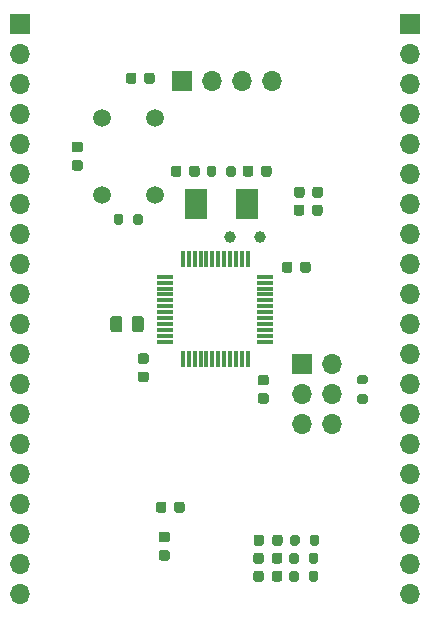
<source format=gbr>
%TF.GenerationSoftware,KiCad,Pcbnew,(5.1.9)-1*%
%TF.CreationDate,2021-02-22T18:11:06+01:00*%
%TF.ProjectId,bluePillG,626c7565-5069-46c6-9c47-2e6b69636164,rev?*%
%TF.SameCoordinates,Original*%
%TF.FileFunction,Soldermask,Top*%
%TF.FilePolarity,Negative*%
%FSLAX46Y46*%
G04 Gerber Fmt 4.6, Leading zero omitted, Abs format (unit mm)*
G04 Created by KiCad (PCBNEW (5.1.9)-1) date 2021-02-22 18:11:06*
%MOMM*%
%LPD*%
G01*
G04 APERTURE LIST*
%ADD10C,1.500000*%
%ADD11R,1.475000X0.300000*%
%ADD12R,0.300000X1.475000*%
%ADD13R,1.900000X2.600000*%
%ADD14C,1.000000*%
%ADD15O,1.700000X1.700000*%
%ADD16R,1.700000X1.700000*%
G04 APERTURE END LIST*
D10*
%TO.C,S1*%
X60234000Y-60146000D03*
X60234000Y-53646000D03*
X64734000Y-60146000D03*
X64734000Y-53646000D03*
%TD*%
D11*
%TO.C,IC1*%
X74088000Y-67100000D03*
X74088000Y-67600000D03*
X74088000Y-68100000D03*
X74088000Y-68600000D03*
X74088000Y-69100000D03*
X74088000Y-69600000D03*
X74088000Y-70100000D03*
X74088000Y-70600000D03*
X74088000Y-71100000D03*
X74088000Y-71600000D03*
X74088000Y-72100000D03*
X74088000Y-72600000D03*
D12*
X72600000Y-74088000D03*
X72100000Y-74088000D03*
X71600000Y-74088000D03*
X71100000Y-74088000D03*
X70600000Y-74088000D03*
X70100000Y-74088000D03*
X69600000Y-74088000D03*
X69100000Y-74088000D03*
X68600000Y-74088000D03*
X68100000Y-74088000D03*
X67600000Y-74088000D03*
X67100000Y-74088000D03*
D11*
X65612000Y-72600000D03*
X65612000Y-72100000D03*
X65612000Y-71600000D03*
X65612000Y-71100000D03*
X65612000Y-70600000D03*
X65612000Y-70100000D03*
X65612000Y-69600000D03*
X65612000Y-69100000D03*
X65612000Y-68600000D03*
X65612000Y-68100000D03*
X65612000Y-67600000D03*
X65612000Y-67100000D03*
D12*
X67100000Y-65612000D03*
X67600000Y-65612000D03*
X68100000Y-65612000D03*
X68600000Y-65612000D03*
X69100000Y-65612000D03*
X69600000Y-65612000D03*
X70100000Y-65612000D03*
X70600000Y-65612000D03*
X71100000Y-65612000D03*
X71600000Y-65612000D03*
X72100000Y-65612000D03*
X72600000Y-65612000D03*
%TD*%
D13*
%TO.C,Y2*%
X68208000Y-60960000D03*
X72508000Y-60960000D03*
%TD*%
D14*
%TO.C,Y1*%
X71120000Y-63754000D03*
X73660000Y-63754000D03*
%TD*%
%TO.C,R7*%
G36*
G01*
X69933000Y-57891000D02*
X69933000Y-58441000D01*
G75*
G02*
X69733000Y-58641000I-200000J0D01*
G01*
X69333000Y-58641000D01*
G75*
G02*
X69133000Y-58441000I0J200000D01*
G01*
X69133000Y-57891000D01*
G75*
G02*
X69333000Y-57691000I200000J0D01*
G01*
X69733000Y-57691000D01*
G75*
G02*
X69933000Y-57891000I0J-200000D01*
G01*
G37*
G36*
G01*
X71583000Y-57891000D02*
X71583000Y-58441000D01*
G75*
G02*
X71383000Y-58641000I-200000J0D01*
G01*
X70983000Y-58641000D01*
G75*
G02*
X70783000Y-58441000I0J200000D01*
G01*
X70783000Y-57891000D01*
G75*
G02*
X70983000Y-57691000I200000J0D01*
G01*
X71383000Y-57691000D01*
G75*
G02*
X71583000Y-57891000I0J-200000D01*
G01*
G37*
%TD*%
%TO.C,R5*%
G36*
G01*
X77831000Y-89683000D02*
X77831000Y-89133000D01*
G75*
G02*
X78031000Y-88933000I200000J0D01*
G01*
X78431000Y-88933000D01*
G75*
G02*
X78631000Y-89133000I0J-200000D01*
G01*
X78631000Y-89683000D01*
G75*
G02*
X78431000Y-89883000I-200000J0D01*
G01*
X78031000Y-89883000D01*
G75*
G02*
X77831000Y-89683000I0J200000D01*
G01*
G37*
G36*
G01*
X76181000Y-89683000D02*
X76181000Y-89133000D01*
G75*
G02*
X76381000Y-88933000I200000J0D01*
G01*
X76781000Y-88933000D01*
G75*
G02*
X76981000Y-89133000I0J-200000D01*
G01*
X76981000Y-89683000D01*
G75*
G02*
X76781000Y-89883000I-200000J0D01*
G01*
X76381000Y-89883000D01*
G75*
G02*
X76181000Y-89683000I0J200000D01*
G01*
G37*
%TD*%
%TO.C,R4*%
G36*
G01*
X77768000Y-92731000D02*
X77768000Y-92181000D01*
G75*
G02*
X77968000Y-91981000I200000J0D01*
G01*
X78368000Y-91981000D01*
G75*
G02*
X78568000Y-92181000I0J-200000D01*
G01*
X78568000Y-92731000D01*
G75*
G02*
X78368000Y-92931000I-200000J0D01*
G01*
X77968000Y-92931000D01*
G75*
G02*
X77768000Y-92731000I0J200000D01*
G01*
G37*
G36*
G01*
X76118000Y-92731000D02*
X76118000Y-92181000D01*
G75*
G02*
X76318000Y-91981000I200000J0D01*
G01*
X76718000Y-91981000D01*
G75*
G02*
X76918000Y-92181000I0J-200000D01*
G01*
X76918000Y-92731000D01*
G75*
G02*
X76718000Y-92931000I-200000J0D01*
G01*
X76318000Y-92931000D01*
G75*
G02*
X76118000Y-92731000I0J200000D01*
G01*
G37*
%TD*%
%TO.C,R3*%
G36*
G01*
X77768000Y-91207000D02*
X77768000Y-90657000D01*
G75*
G02*
X77968000Y-90457000I200000J0D01*
G01*
X78368000Y-90457000D01*
G75*
G02*
X78568000Y-90657000I0J-200000D01*
G01*
X78568000Y-91207000D01*
G75*
G02*
X78368000Y-91407000I-200000J0D01*
G01*
X77968000Y-91407000D01*
G75*
G02*
X77768000Y-91207000I0J200000D01*
G01*
G37*
G36*
G01*
X76118000Y-91207000D02*
X76118000Y-90657000D01*
G75*
G02*
X76318000Y-90457000I200000J0D01*
G01*
X76718000Y-90457000D01*
G75*
G02*
X76918000Y-90657000I0J-200000D01*
G01*
X76918000Y-91207000D01*
G75*
G02*
X76718000Y-91407000I-200000J0D01*
G01*
X76318000Y-91407000D01*
G75*
G02*
X76118000Y-91207000I0J200000D01*
G01*
G37*
%TD*%
%TO.C,R2*%
G36*
G01*
X62909000Y-62505000D02*
X62909000Y-61955000D01*
G75*
G02*
X63109000Y-61755000I200000J0D01*
G01*
X63509000Y-61755000D01*
G75*
G02*
X63709000Y-61955000I0J-200000D01*
G01*
X63709000Y-62505000D01*
G75*
G02*
X63509000Y-62705000I-200000J0D01*
G01*
X63109000Y-62705000D01*
G75*
G02*
X62909000Y-62505000I0J200000D01*
G01*
G37*
G36*
G01*
X61259000Y-62505000D02*
X61259000Y-61955000D01*
G75*
G02*
X61459000Y-61755000I200000J0D01*
G01*
X61859000Y-61755000D01*
G75*
G02*
X62059000Y-61955000I0J-200000D01*
G01*
X62059000Y-62505000D01*
G75*
G02*
X61859000Y-62705000I-200000J0D01*
G01*
X61459000Y-62705000D01*
G75*
G02*
X61259000Y-62505000I0J200000D01*
G01*
G37*
%TD*%
%TO.C,R1*%
G36*
G01*
X82021000Y-77069000D02*
X82571000Y-77069000D01*
G75*
G02*
X82771000Y-77269000I0J-200000D01*
G01*
X82771000Y-77669000D01*
G75*
G02*
X82571000Y-77869000I-200000J0D01*
G01*
X82021000Y-77869000D01*
G75*
G02*
X81821000Y-77669000I0J200000D01*
G01*
X81821000Y-77269000D01*
G75*
G02*
X82021000Y-77069000I200000J0D01*
G01*
G37*
G36*
G01*
X82021000Y-75419000D02*
X82571000Y-75419000D01*
G75*
G02*
X82771000Y-75619000I0J-200000D01*
G01*
X82771000Y-76019000D01*
G75*
G02*
X82571000Y-76219000I-200000J0D01*
G01*
X82021000Y-76219000D01*
G75*
G02*
X81821000Y-76019000I0J200000D01*
G01*
X81821000Y-75619000D01*
G75*
G02*
X82021000Y-75419000I200000J0D01*
G01*
G37*
%TD*%
D15*
%TO.C,J4*%
X86360000Y-93980000D03*
X86360000Y-91440000D03*
X86360000Y-88900000D03*
X86360000Y-86360000D03*
X86360000Y-83820000D03*
X86360000Y-81280000D03*
X86360000Y-78740000D03*
X86360000Y-76200000D03*
X86360000Y-73660000D03*
X86360000Y-71120000D03*
X86360000Y-68580000D03*
X86360000Y-66040000D03*
X86360000Y-63500000D03*
X86360000Y-60960000D03*
X86360000Y-58420000D03*
X86360000Y-55880000D03*
X86360000Y-53340000D03*
X86360000Y-50800000D03*
X86360000Y-48260000D03*
D16*
X86360000Y-45720000D03*
%TD*%
D15*
%TO.C,J3*%
X74676000Y-50546000D03*
X72136000Y-50546000D03*
X69596000Y-50546000D03*
D16*
X67056000Y-50546000D03*
%TD*%
D15*
%TO.C,J2*%
X53340000Y-93980000D03*
X53340000Y-91440000D03*
X53340000Y-88900000D03*
X53340000Y-86360000D03*
X53340000Y-83820000D03*
X53340000Y-81280000D03*
X53340000Y-78740000D03*
X53340000Y-76200000D03*
X53340000Y-73660000D03*
X53340000Y-71120000D03*
X53340000Y-68580000D03*
X53340000Y-66040000D03*
X53340000Y-63500000D03*
X53340000Y-60960000D03*
X53340000Y-58420000D03*
X53340000Y-55880000D03*
X53340000Y-53340000D03*
X53340000Y-50800000D03*
X53340000Y-48260000D03*
D16*
X53340000Y-45720000D03*
%TD*%
D15*
%TO.C,J1*%
X79756000Y-79565500D03*
X77216000Y-79565500D03*
X79756000Y-77025500D03*
X77216000Y-77025500D03*
X79756000Y-74485500D03*
D16*
X77216000Y-74485500D03*
%TD*%
%TO.C,FB1*%
G36*
G01*
X61980500Y-70669999D02*
X61980500Y-71570001D01*
G75*
G02*
X61730501Y-71820000I-249999J0D01*
G01*
X61205499Y-71820000D01*
G75*
G02*
X60955500Y-71570001I0J249999D01*
G01*
X60955500Y-70669999D01*
G75*
G02*
X61205499Y-70420000I249999J0D01*
G01*
X61730501Y-70420000D01*
G75*
G02*
X61980500Y-70669999I0J-249999D01*
G01*
G37*
G36*
G01*
X63805500Y-70669999D02*
X63805500Y-71570001D01*
G75*
G02*
X63555501Y-71820000I-249999J0D01*
G01*
X63030499Y-71820000D01*
G75*
G02*
X62780500Y-71570001I0J249999D01*
G01*
X62780500Y-70669999D01*
G75*
G02*
X63030499Y-70420000I249999J0D01*
G01*
X63555501Y-70420000D01*
G75*
G02*
X63805500Y-70669999I0J-249999D01*
G01*
G37*
%TD*%
%TO.C,D3*%
G36*
G01*
X73970500Y-89151750D02*
X73970500Y-89664250D01*
G75*
G02*
X73751750Y-89883000I-218750J0D01*
G01*
X73314250Y-89883000D01*
G75*
G02*
X73095500Y-89664250I0J218750D01*
G01*
X73095500Y-89151750D01*
G75*
G02*
X73314250Y-88933000I218750J0D01*
G01*
X73751750Y-88933000D01*
G75*
G02*
X73970500Y-89151750I0J-218750D01*
G01*
G37*
G36*
G01*
X75545500Y-89151750D02*
X75545500Y-89664250D01*
G75*
G02*
X75326750Y-89883000I-218750J0D01*
G01*
X74889250Y-89883000D01*
G75*
G02*
X74670500Y-89664250I0J218750D01*
G01*
X74670500Y-89151750D01*
G75*
G02*
X74889250Y-88933000I218750J0D01*
G01*
X75326750Y-88933000D01*
G75*
G02*
X75545500Y-89151750I0J-218750D01*
G01*
G37*
%TD*%
%TO.C,D2*%
G36*
G01*
X73945000Y-92199750D02*
X73945000Y-92712250D01*
G75*
G02*
X73726250Y-92931000I-218750J0D01*
G01*
X73288750Y-92931000D01*
G75*
G02*
X73070000Y-92712250I0J218750D01*
G01*
X73070000Y-92199750D01*
G75*
G02*
X73288750Y-91981000I218750J0D01*
G01*
X73726250Y-91981000D01*
G75*
G02*
X73945000Y-92199750I0J-218750D01*
G01*
G37*
G36*
G01*
X75520000Y-92199750D02*
X75520000Y-92712250D01*
G75*
G02*
X75301250Y-92931000I-218750J0D01*
G01*
X74863750Y-92931000D01*
G75*
G02*
X74645000Y-92712250I0J218750D01*
G01*
X74645000Y-92199750D01*
G75*
G02*
X74863750Y-91981000I218750J0D01*
G01*
X75301250Y-91981000D01*
G75*
G02*
X75520000Y-92199750I0J-218750D01*
G01*
G37*
%TD*%
%TO.C,D1*%
G36*
G01*
X73945000Y-90675750D02*
X73945000Y-91188250D01*
G75*
G02*
X73726250Y-91407000I-218750J0D01*
G01*
X73288750Y-91407000D01*
G75*
G02*
X73070000Y-91188250I0J218750D01*
G01*
X73070000Y-90675750D01*
G75*
G02*
X73288750Y-90457000I218750J0D01*
G01*
X73726250Y-90457000D01*
G75*
G02*
X73945000Y-90675750I0J-218750D01*
G01*
G37*
G36*
G01*
X75520000Y-90675750D02*
X75520000Y-91188250D01*
G75*
G02*
X75301250Y-91407000I-218750J0D01*
G01*
X74863750Y-91407000D01*
G75*
G02*
X74645000Y-91188250I0J218750D01*
G01*
X74645000Y-90675750D01*
G75*
G02*
X74863750Y-90457000I218750J0D01*
G01*
X75301250Y-90457000D01*
G75*
G02*
X75520000Y-90675750I0J-218750D01*
G01*
G37*
%TD*%
%TO.C,C14*%
G36*
G01*
X63175000Y-50042000D02*
X63175000Y-50542000D01*
G75*
G02*
X62950000Y-50767000I-225000J0D01*
G01*
X62500000Y-50767000D01*
G75*
G02*
X62275000Y-50542000I0J225000D01*
G01*
X62275000Y-50042000D01*
G75*
G02*
X62500000Y-49817000I225000J0D01*
G01*
X62950000Y-49817000D01*
G75*
G02*
X63175000Y-50042000I0J-225000D01*
G01*
G37*
G36*
G01*
X64725000Y-50042000D02*
X64725000Y-50542000D01*
G75*
G02*
X64500000Y-50767000I-225000J0D01*
G01*
X64050000Y-50767000D01*
G75*
G02*
X63825000Y-50542000I0J225000D01*
G01*
X63825000Y-50042000D01*
G75*
G02*
X64050000Y-49817000I225000J0D01*
G01*
X64500000Y-49817000D01*
G75*
G02*
X64725000Y-50042000I0J-225000D01*
G01*
G37*
%TD*%
%TO.C,C12*%
G36*
G01*
X78062000Y-60194000D02*
X78062000Y-59694000D01*
G75*
G02*
X78287000Y-59469000I225000J0D01*
G01*
X78737000Y-59469000D01*
G75*
G02*
X78962000Y-59694000I0J-225000D01*
G01*
X78962000Y-60194000D01*
G75*
G02*
X78737000Y-60419000I-225000J0D01*
G01*
X78287000Y-60419000D01*
G75*
G02*
X78062000Y-60194000I0J225000D01*
G01*
G37*
G36*
G01*
X76512000Y-60194000D02*
X76512000Y-59694000D01*
G75*
G02*
X76737000Y-59469000I225000J0D01*
G01*
X77187000Y-59469000D01*
G75*
G02*
X77412000Y-59694000I0J-225000D01*
G01*
X77412000Y-60194000D01*
G75*
G02*
X77187000Y-60419000I-225000J0D01*
G01*
X76737000Y-60419000D01*
G75*
G02*
X76512000Y-60194000I0J225000D01*
G01*
G37*
%TD*%
%TO.C,C11*%
G36*
G01*
X77033000Y-66544000D02*
X77033000Y-66044000D01*
G75*
G02*
X77258000Y-65819000I225000J0D01*
G01*
X77708000Y-65819000D01*
G75*
G02*
X77933000Y-66044000I0J-225000D01*
G01*
X77933000Y-66544000D01*
G75*
G02*
X77708000Y-66769000I-225000J0D01*
G01*
X77258000Y-66769000D01*
G75*
G02*
X77033000Y-66544000I0J225000D01*
G01*
G37*
G36*
G01*
X75483000Y-66544000D02*
X75483000Y-66044000D01*
G75*
G02*
X75708000Y-65819000I225000J0D01*
G01*
X76158000Y-65819000D01*
G75*
G02*
X76383000Y-66044000I0J-225000D01*
G01*
X76383000Y-66544000D01*
G75*
G02*
X76158000Y-66769000I-225000J0D01*
G01*
X75708000Y-66769000D01*
G75*
G02*
X75483000Y-66544000I0J225000D01*
G01*
G37*
%TD*%
%TO.C,C10*%
G36*
G01*
X63504000Y-75128000D02*
X64004000Y-75128000D01*
G75*
G02*
X64229000Y-75353000I0J-225000D01*
G01*
X64229000Y-75803000D01*
G75*
G02*
X64004000Y-76028000I-225000J0D01*
G01*
X63504000Y-76028000D01*
G75*
G02*
X63279000Y-75803000I0J225000D01*
G01*
X63279000Y-75353000D01*
G75*
G02*
X63504000Y-75128000I225000J0D01*
G01*
G37*
G36*
G01*
X63504000Y-73578000D02*
X64004000Y-73578000D01*
G75*
G02*
X64229000Y-73803000I0J-225000D01*
G01*
X64229000Y-74253000D01*
G75*
G02*
X64004000Y-74478000I-225000J0D01*
G01*
X63504000Y-74478000D01*
G75*
G02*
X63279000Y-74253000I0J225000D01*
G01*
X63279000Y-73803000D01*
G75*
G02*
X63504000Y-73578000I225000J0D01*
G01*
G37*
%TD*%
%TO.C,C9*%
G36*
G01*
X66985000Y-57916000D02*
X66985000Y-58416000D01*
G75*
G02*
X66760000Y-58641000I-225000J0D01*
G01*
X66310000Y-58641000D01*
G75*
G02*
X66085000Y-58416000I0J225000D01*
G01*
X66085000Y-57916000D01*
G75*
G02*
X66310000Y-57691000I225000J0D01*
G01*
X66760000Y-57691000D01*
G75*
G02*
X66985000Y-57916000I0J-225000D01*
G01*
G37*
G36*
G01*
X68535000Y-57916000D02*
X68535000Y-58416000D01*
G75*
G02*
X68310000Y-58641000I-225000J0D01*
G01*
X67860000Y-58641000D01*
G75*
G02*
X67635000Y-58416000I0J225000D01*
G01*
X67635000Y-57916000D01*
G75*
G02*
X67860000Y-57691000I225000J0D01*
G01*
X68310000Y-57691000D01*
G75*
G02*
X68535000Y-57916000I0J-225000D01*
G01*
G37*
%TD*%
%TO.C,C8*%
G36*
G01*
X73664000Y-76956500D02*
X74164000Y-76956500D01*
G75*
G02*
X74389000Y-77181500I0J-225000D01*
G01*
X74389000Y-77631500D01*
G75*
G02*
X74164000Y-77856500I-225000J0D01*
G01*
X73664000Y-77856500D01*
G75*
G02*
X73439000Y-77631500I0J225000D01*
G01*
X73439000Y-77181500D01*
G75*
G02*
X73664000Y-76956500I225000J0D01*
G01*
G37*
G36*
G01*
X73664000Y-75406500D02*
X74164000Y-75406500D01*
G75*
G02*
X74389000Y-75631500I0J-225000D01*
G01*
X74389000Y-76081500D01*
G75*
G02*
X74164000Y-76306500I-225000J0D01*
G01*
X73664000Y-76306500D01*
G75*
G02*
X73439000Y-76081500I0J225000D01*
G01*
X73439000Y-75631500D01*
G75*
G02*
X73664000Y-75406500I225000J0D01*
G01*
G37*
%TD*%
%TO.C,C7*%
G36*
G01*
X73718000Y-58416000D02*
X73718000Y-57916000D01*
G75*
G02*
X73943000Y-57691000I225000J0D01*
G01*
X74393000Y-57691000D01*
G75*
G02*
X74618000Y-57916000I0J-225000D01*
G01*
X74618000Y-58416000D01*
G75*
G02*
X74393000Y-58641000I-225000J0D01*
G01*
X73943000Y-58641000D01*
G75*
G02*
X73718000Y-58416000I0J225000D01*
G01*
G37*
G36*
G01*
X72168000Y-58416000D02*
X72168000Y-57916000D01*
G75*
G02*
X72393000Y-57691000I225000J0D01*
G01*
X72843000Y-57691000D01*
G75*
G02*
X73068000Y-57916000I0J-225000D01*
G01*
X73068000Y-58416000D01*
G75*
G02*
X72843000Y-58641000I-225000J0D01*
G01*
X72393000Y-58641000D01*
G75*
G02*
X72168000Y-58416000I0J225000D01*
G01*
G37*
%TD*%
%TO.C,C6*%
G36*
G01*
X78036000Y-61718000D02*
X78036000Y-61218000D01*
G75*
G02*
X78261000Y-60993000I225000J0D01*
G01*
X78711000Y-60993000D01*
G75*
G02*
X78936000Y-61218000I0J-225000D01*
G01*
X78936000Y-61718000D01*
G75*
G02*
X78711000Y-61943000I-225000J0D01*
G01*
X78261000Y-61943000D01*
G75*
G02*
X78036000Y-61718000I0J225000D01*
G01*
G37*
G36*
G01*
X76486000Y-61718000D02*
X76486000Y-61218000D01*
G75*
G02*
X76711000Y-60993000I225000J0D01*
G01*
X77161000Y-60993000D01*
G75*
G02*
X77386000Y-61218000I0J-225000D01*
G01*
X77386000Y-61718000D01*
G75*
G02*
X77161000Y-61943000I-225000J0D01*
G01*
X76711000Y-61943000D01*
G75*
G02*
X76486000Y-61718000I0J225000D01*
G01*
G37*
%TD*%
%TO.C,C3*%
G36*
G01*
X65282000Y-90241000D02*
X65782000Y-90241000D01*
G75*
G02*
X66007000Y-90466000I0J-225000D01*
G01*
X66007000Y-90916000D01*
G75*
G02*
X65782000Y-91141000I-225000J0D01*
G01*
X65282000Y-91141000D01*
G75*
G02*
X65057000Y-90916000I0J225000D01*
G01*
X65057000Y-90466000D01*
G75*
G02*
X65282000Y-90241000I225000J0D01*
G01*
G37*
G36*
G01*
X65282000Y-88691000D02*
X65782000Y-88691000D01*
G75*
G02*
X66007000Y-88916000I0J-225000D01*
G01*
X66007000Y-89366000D01*
G75*
G02*
X65782000Y-89591000I-225000J0D01*
G01*
X65282000Y-89591000D01*
G75*
G02*
X65057000Y-89366000I0J225000D01*
G01*
X65057000Y-88916000D01*
G75*
G02*
X65282000Y-88691000I225000J0D01*
G01*
G37*
%TD*%
%TO.C,C2*%
G36*
G01*
X58416000Y-56571000D02*
X57916000Y-56571000D01*
G75*
G02*
X57691000Y-56346000I0J225000D01*
G01*
X57691000Y-55896000D01*
G75*
G02*
X57916000Y-55671000I225000J0D01*
G01*
X58416000Y-55671000D01*
G75*
G02*
X58641000Y-55896000I0J-225000D01*
G01*
X58641000Y-56346000D01*
G75*
G02*
X58416000Y-56571000I-225000J0D01*
G01*
G37*
G36*
G01*
X58416000Y-58121000D02*
X57916000Y-58121000D01*
G75*
G02*
X57691000Y-57896000I0J225000D01*
G01*
X57691000Y-57446000D01*
G75*
G02*
X57916000Y-57221000I225000J0D01*
G01*
X58416000Y-57221000D01*
G75*
G02*
X58641000Y-57446000I0J-225000D01*
G01*
X58641000Y-57896000D01*
G75*
G02*
X58416000Y-58121000I-225000J0D01*
G01*
G37*
%TD*%
%TO.C,C1*%
G36*
G01*
X66365000Y-86864000D02*
X66365000Y-86364000D01*
G75*
G02*
X66590000Y-86139000I225000J0D01*
G01*
X67040000Y-86139000D01*
G75*
G02*
X67265000Y-86364000I0J-225000D01*
G01*
X67265000Y-86864000D01*
G75*
G02*
X67040000Y-87089000I-225000J0D01*
G01*
X66590000Y-87089000D01*
G75*
G02*
X66365000Y-86864000I0J225000D01*
G01*
G37*
G36*
G01*
X64815000Y-86864000D02*
X64815000Y-86364000D01*
G75*
G02*
X65040000Y-86139000I225000J0D01*
G01*
X65490000Y-86139000D01*
G75*
G02*
X65715000Y-86364000I0J-225000D01*
G01*
X65715000Y-86864000D01*
G75*
G02*
X65490000Y-87089000I-225000J0D01*
G01*
X65040000Y-87089000D01*
G75*
G02*
X64815000Y-86864000I0J225000D01*
G01*
G37*
%TD*%
M02*

</source>
